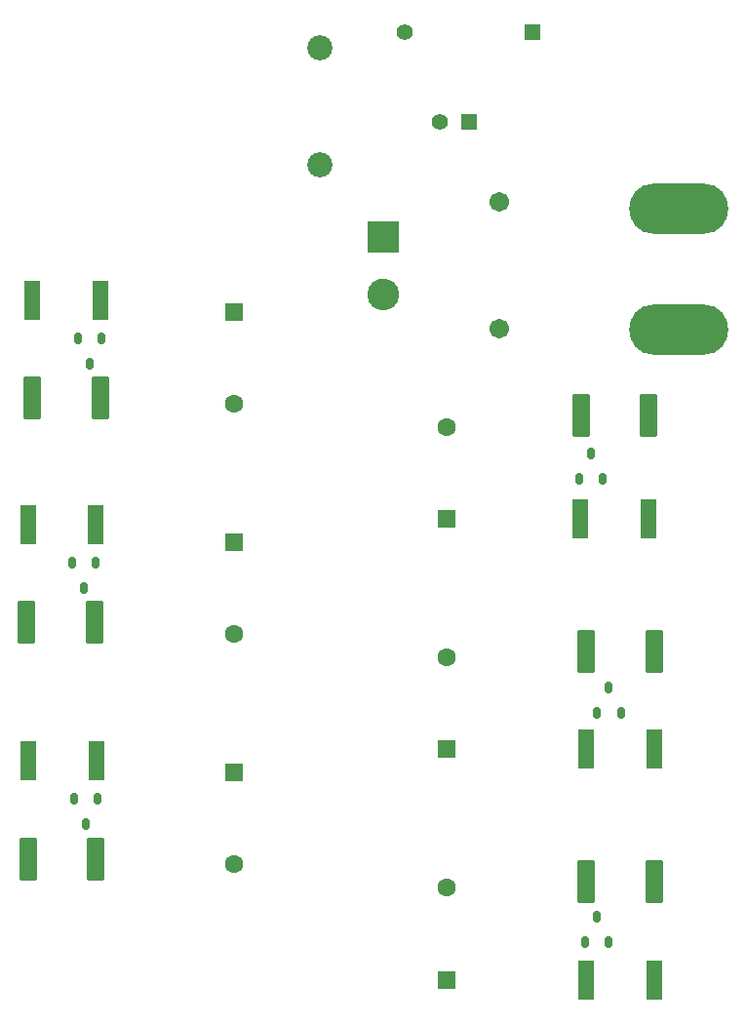
<source format=gbr>
%TF.GenerationSoftware,KiCad,Pcbnew,8.0.5*%
%TF.CreationDate,2024-12-06T09:36:11-05:00*%
%TF.ProjectId,Passive Cap Bank V1,50617373-6976-4652-9043-61702042616e,rev?*%
%TF.SameCoordinates,Original*%
%TF.FileFunction,Soldermask,Top*%
%TF.FilePolarity,Negative*%
%FSLAX46Y46*%
G04 Gerber Fmt 4.6, Leading zero omitted, Abs format (unit mm)*
G04 Created by KiCad (PCBNEW 8.0.5) date 2024-12-06 09:36:11*
%MOMM*%
%LPD*%
G01*
G04 APERTURE LIST*
G04 Aperture macros list*
%AMRoundRect*
0 Rectangle with rounded corners*
0 $1 Rounding radius*
0 $2 $3 $4 $5 $6 $7 $8 $9 X,Y pos of 4 corners*
0 Add a 4 corners polygon primitive as box body*
4,1,4,$2,$3,$4,$5,$6,$7,$8,$9,$2,$3,0*
0 Add four circle primitives for the rounded corners*
1,1,$1+$1,$2,$3*
1,1,$1+$1,$4,$5*
1,1,$1+$1,$6,$7*
1,1,$1+$1,$8,$9*
0 Add four rect primitives between the rounded corners*
20,1,$1+$1,$2,$3,$4,$5,0*
20,1,$1+$1,$4,$5,$6,$7,0*
20,1,$1+$1,$6,$7,$8,$9,0*
20,1,$1+$1,$8,$9,$2,$3,0*%
G04 Aperture macros list end*
%ADD10RoundRect,0.150000X-0.150000X0.350000X-0.150000X-0.350000X0.150000X-0.350000X0.150000X0.350000X0*%
%ADD11RoundRect,0.150000X0.150000X-0.350000X0.150000X0.350000X-0.150000X0.350000X-0.150000X-0.350000X0*%
%ADD12R,1.320800X3.454400*%
%ADD13R,1.600200X1.600200*%
%ADD14C,1.600200*%
%ADD15RoundRect,0.102000X0.665000X1.730000X-0.665000X1.730000X-0.665000X-1.730000X0.665000X-1.730000X0*%
%ADD16RoundRect,0.102000X-0.665000X-1.730000X0.665000X-1.730000X0.665000X1.730000X-0.665000X1.730000X0*%
%ADD17C,2.754000*%
%ADD18RoundRect,0.102000X-1.275000X1.275000X-1.275000X-1.275000X1.275000X-1.275000X1.275000X1.275000X0*%
%ADD19C,1.712000*%
%ADD20R,1.397000X1.397000*%
%ADD21C,1.397000*%
%ADD22C,2.184400*%
%ADD23O,8.604000X4.404000*%
G04 APERTURE END LIST*
D10*
%TO.C,Q3*%
X138142000Y-109307199D03*
X136082000Y-109307199D03*
X137112000Y-111507199D03*
%TD*%
D11*
%TO.C,Q5*%
X181520000Y-101807199D03*
X183580000Y-101807199D03*
X182550000Y-99607199D03*
%TD*%
D12*
%TO.C,R9*%
X180607200Y-104999999D03*
X186500000Y-104999999D03*
%TD*%
D13*
%TO.C,C1*%
X150000000Y-67000000D03*
D14*
X150000000Y-74999999D03*
%TD*%
D13*
%TO.C,C5*%
X168500000Y-104999998D03*
D14*
X168500000Y-96999999D03*
%TD*%
D12*
%TO.C,R5*%
X138058400Y-105999999D03*
X132165600Y-105999999D03*
%TD*%
D13*
%TO.C,C3*%
X150000000Y-106999999D03*
D14*
X150000000Y-114999998D03*
%TD*%
D13*
%TO.C,C2*%
X150000000Y-86999999D03*
D14*
X150000000Y-94999998D03*
%TD*%
D13*
%TO.C,C4*%
X168500000Y-124999997D03*
D14*
X168500000Y-116999998D03*
%TD*%
D12*
%TO.C,R1*%
X138392800Y-65999999D03*
X132500000Y-65999999D03*
%TD*%
%TO.C,R11*%
X180107200Y-84999999D03*
X186000000Y-84999999D03*
%TD*%
D15*
%TO.C,R10*%
X186500000Y-96499999D03*
X180612000Y-96499999D03*
%TD*%
D11*
%TO.C,Q6*%
X179940000Y-81499999D03*
X182000000Y-81499999D03*
X180970000Y-79299999D03*
%TD*%
%TO.C,Q4*%
X180470000Y-121699999D03*
X182530000Y-121699999D03*
X181500000Y-119499999D03*
%TD*%
D10*
%TO.C,Q2*%
X138000000Y-88807199D03*
X135940000Y-88807199D03*
X136970000Y-91007199D03*
%TD*%
D12*
%TO.C,R3*%
X138000000Y-85499999D03*
X132107200Y-85499999D03*
%TD*%
D15*
%TO.C,R8*%
X186500000Y-116499999D03*
X180612000Y-116499999D03*
%TD*%
%TO.C,R12*%
X186000000Y-75999999D03*
X180112000Y-75999999D03*
%TD*%
D12*
%TO.C,R7*%
X180607200Y-124999999D03*
X186500000Y-124999999D03*
%TD*%
D13*
%TO.C,C6*%
X168467626Y-85007199D03*
D14*
X168467626Y-77007200D03*
%TD*%
D16*
%TO.C,R2*%
X132500000Y-74499999D03*
X138388000Y-74499999D03*
%TD*%
%TO.C,R6*%
X132112000Y-114499999D03*
X138000000Y-114499999D03*
%TD*%
D17*
%TO.C,J1*%
X163000000Y-65500000D03*
D18*
X163000000Y-60500000D03*
D19*
X173000000Y-68500000D03*
X173000000Y-57500000D03*
%TD*%
D16*
%TO.C,R4*%
X132000000Y-93999999D03*
X137888000Y-93999999D03*
%TD*%
D10*
%TO.C,Q1*%
X138530000Y-69299999D03*
X136470000Y-69299999D03*
X137500000Y-71499999D03*
%TD*%
D20*
%TO.C,R14*%
X175891170Y-42730000D03*
D21*
X164788830Y-42730000D03*
%TD*%
D20*
%TO.C,D1*%
X170450000Y-50570000D03*
D21*
X167910000Y-50570000D03*
%TD*%
D22*
%TO.C,R13*%
X157470000Y-54251000D03*
X157470000Y-44091000D03*
%TD*%
D23*
%TO.C,SW1*%
X188650000Y-68590000D03*
X188650000Y-58090000D03*
%TD*%
M02*

</source>
